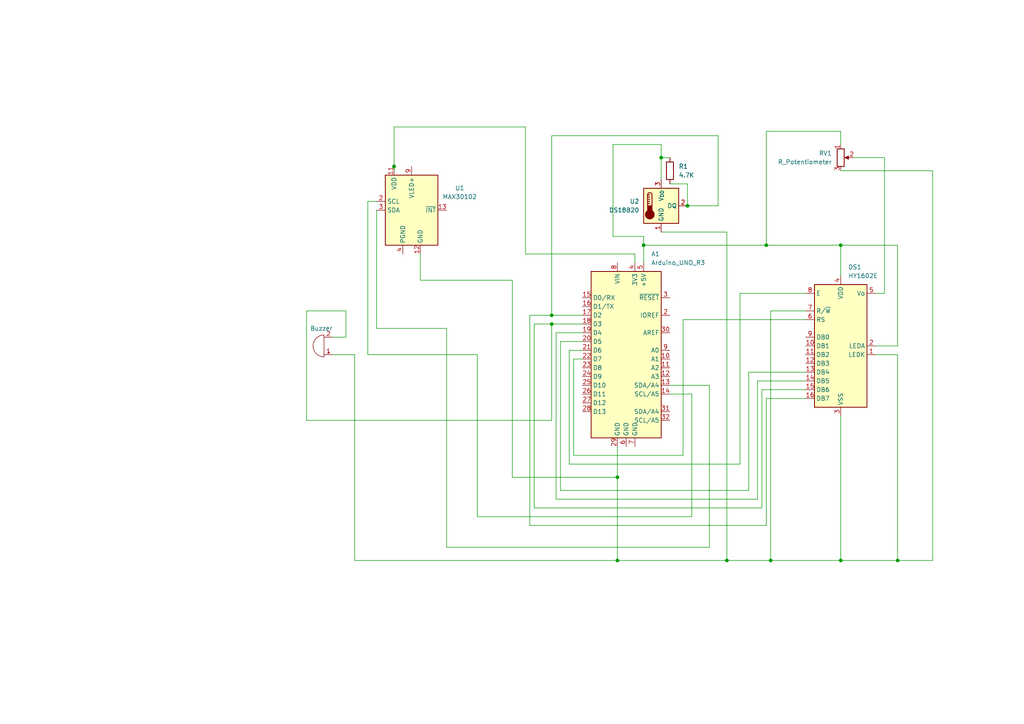
<source format=kicad_sch>
(kicad_sch
	(version 20250114)
	(generator "eeschema")
	(generator_version "9.0")
	(uuid "acc6af9e-a2bf-467c-9206-ece2c1f534e9")
	(paper "A4")
	(lib_symbols
		(symbol "Device:Buzzer"
			(pin_names
				(offset 0.0254)
				(hide yes)
			)
			(exclude_from_sim no)
			(in_bom yes)
			(on_board yes)
			(property "Reference" "BZ"
				(at 3.81 1.27 0)
				(effects
					(font
						(size 1.27 1.27)
					)
					(justify left)
				)
			)
			(property "Value" "Buzzer"
				(at 3.81 -1.27 0)
				(effects
					(font
						(size 1.27 1.27)
					)
					(justify left)
				)
			)
			(property "Footprint" ""
				(at -0.635 2.54 90)
				(effects
					(font
						(size 1.27 1.27)
					)
					(hide yes)
				)
			)
			(property "Datasheet" "~"
				(at -0.635 2.54 90)
				(effects
					(font
						(size 1.27 1.27)
					)
					(hide yes)
				)
			)
			(property "Description" "Buzzer, polarized"
				(at 0 0 0)
				(effects
					(font
						(size 1.27 1.27)
					)
					(hide yes)
				)
			)
			(property "ki_keywords" "quartz resonator ceramic"
				(at 0 0 0)
				(effects
					(font
						(size 1.27 1.27)
					)
					(hide yes)
				)
			)
			(property "ki_fp_filters" "*Buzzer*"
				(at 0 0 0)
				(effects
					(font
						(size 1.27 1.27)
					)
					(hide yes)
				)
			)
			(symbol "Buzzer_0_1"
				(polyline
					(pts
						(xy -1.651 1.905) (xy -1.143 1.905)
					)
					(stroke
						(width 0)
						(type default)
					)
					(fill
						(type none)
					)
				)
				(polyline
					(pts
						(xy -1.397 2.159) (xy -1.397 1.651)
					)
					(stroke
						(width 0)
						(type default)
					)
					(fill
						(type none)
					)
				)
				(arc
					(start 0 3.175)
					(mid 3.1612 0)
					(end 0 -3.175)
					(stroke
						(width 0)
						(type default)
					)
					(fill
						(type none)
					)
				)
				(polyline
					(pts
						(xy 0 3.175) (xy 0 -3.175)
					)
					(stroke
						(width 0)
						(type default)
					)
					(fill
						(type none)
					)
				)
			)
			(symbol "Buzzer_1_1"
				(pin passive line
					(at -2.54 2.54 0)
					(length 2.54)
					(name "+"
						(effects
							(font
								(size 1.27 1.27)
							)
						)
					)
					(number "1"
						(effects
							(font
								(size 1.27 1.27)
							)
						)
					)
				)
				(pin passive line
					(at -2.54 -2.54 0)
					(length 2.54)
					(name "-"
						(effects
							(font
								(size 1.27 1.27)
							)
						)
					)
					(number "2"
						(effects
							(font
								(size 1.27 1.27)
							)
						)
					)
				)
			)
			(embedded_fonts no)
		)
		(symbol "Device:R"
			(pin_numbers
				(hide yes)
			)
			(pin_names
				(offset 0)
			)
			(exclude_from_sim no)
			(in_bom yes)
			(on_board yes)
			(property "Reference" "R"
				(at 2.032 0 90)
				(effects
					(font
						(size 1.27 1.27)
					)
				)
			)
			(property "Value" "R"
				(at 0 0 90)
				(effects
					(font
						(size 1.27 1.27)
					)
				)
			)
			(property "Footprint" ""
				(at -1.778 0 90)
				(effects
					(font
						(size 1.27 1.27)
					)
					(hide yes)
				)
			)
			(property "Datasheet" "~"
				(at 0 0 0)
				(effects
					(font
						(size 1.27 1.27)
					)
					(hide yes)
				)
			)
			(property "Description" "Resistor"
				(at 0 0 0)
				(effects
					(font
						(size 1.27 1.27)
					)
					(hide yes)
				)
			)
			(property "ki_keywords" "R res resistor"
				(at 0 0 0)
				(effects
					(font
						(size 1.27 1.27)
					)
					(hide yes)
				)
			)
			(property "ki_fp_filters" "R_*"
				(at 0 0 0)
				(effects
					(font
						(size 1.27 1.27)
					)
					(hide yes)
				)
			)
			(symbol "R_0_1"
				(rectangle
					(start -1.016 -2.54)
					(end 1.016 2.54)
					(stroke
						(width 0.254)
						(type default)
					)
					(fill
						(type none)
					)
				)
			)
			(symbol "R_1_1"
				(pin passive line
					(at 0 3.81 270)
					(length 1.27)
					(name "~"
						(effects
							(font
								(size 1.27 1.27)
							)
						)
					)
					(number "1"
						(effects
							(font
								(size 1.27 1.27)
							)
						)
					)
				)
				(pin passive line
					(at 0 -3.81 90)
					(length 1.27)
					(name "~"
						(effects
							(font
								(size 1.27 1.27)
							)
						)
					)
					(number "2"
						(effects
							(font
								(size 1.27 1.27)
							)
						)
					)
				)
			)
			(embedded_fonts no)
		)
		(symbol "Device:R_Potentiometer"
			(pin_names
				(offset 1.016)
				(hide yes)
			)
			(exclude_from_sim no)
			(in_bom yes)
			(on_board yes)
			(property "Reference" "RV"
				(at -4.445 0 90)
				(effects
					(font
						(size 1.27 1.27)
					)
				)
			)
			(property "Value" "R_Potentiometer"
				(at -2.54 0 90)
				(effects
					(font
						(size 1.27 1.27)
					)
				)
			)
			(property "Footprint" ""
				(at 0 0 0)
				(effects
					(font
						(size 1.27 1.27)
					)
					(hide yes)
				)
			)
			(property "Datasheet" "~"
				(at 0 0 0)
				(effects
					(font
						(size 1.27 1.27)
					)
					(hide yes)
				)
			)
			(property "Description" "Potentiometer"
				(at 0 0 0)
				(effects
					(font
						(size 1.27 1.27)
					)
					(hide yes)
				)
			)
			(property "ki_keywords" "resistor variable"
				(at 0 0 0)
				(effects
					(font
						(size 1.27 1.27)
					)
					(hide yes)
				)
			)
			(property "ki_fp_filters" "Potentiometer*"
				(at 0 0 0)
				(effects
					(font
						(size 1.27 1.27)
					)
					(hide yes)
				)
			)
			(symbol "R_Potentiometer_0_1"
				(rectangle
					(start 1.016 2.54)
					(end -1.016 -2.54)
					(stroke
						(width 0.254)
						(type default)
					)
					(fill
						(type none)
					)
				)
				(polyline
					(pts
						(xy 1.143 0) (xy 2.286 0.508) (xy 2.286 -0.508) (xy 1.143 0)
					)
					(stroke
						(width 0)
						(type default)
					)
					(fill
						(type outline)
					)
				)
				(polyline
					(pts
						(xy 2.54 0) (xy 1.524 0)
					)
					(stroke
						(width 0)
						(type default)
					)
					(fill
						(type none)
					)
				)
			)
			(symbol "R_Potentiometer_1_1"
				(pin passive line
					(at 0 3.81 270)
					(length 1.27)
					(name "1"
						(effects
							(font
								(size 1.27 1.27)
							)
						)
					)
					(number "1"
						(effects
							(font
								(size 1.27 1.27)
							)
						)
					)
				)
				(pin passive line
					(at 0 -3.81 90)
					(length 1.27)
					(name "3"
						(effects
							(font
								(size 1.27 1.27)
							)
						)
					)
					(number "3"
						(effects
							(font
								(size 1.27 1.27)
							)
						)
					)
				)
				(pin passive line
					(at 3.81 0 180)
					(length 1.27)
					(name "2"
						(effects
							(font
								(size 1.27 1.27)
							)
						)
					)
					(number "2"
						(effects
							(font
								(size 1.27 1.27)
							)
						)
					)
				)
			)
			(embedded_fonts no)
		)
		(symbol "Display_Character:HY1602E"
			(exclude_from_sim no)
			(in_bom yes)
			(on_board yes)
			(property "Reference" "DS"
				(at -6.096 19.05 0)
				(effects
					(font
						(size 1.27 1.27)
					)
				)
			)
			(property "Value" "HY1602E"
				(at 5.08 19.05 0)
				(effects
					(font
						(size 1.27 1.27)
					)
				)
			)
			(property "Footprint" "Display:HY1602E"
				(at 0 -22.86 0)
				(effects
					(font
						(size 1.27 1.27)
						(italic yes)
					)
					(hide yes)
				)
			)
			(property "Datasheet" "http://www.icbank.com/data/ICBShop/board/HY1602E.pdf"
				(at 5.08 2.54 0)
				(effects
					(font
						(size 1.27 1.27)
					)
					(hide yes)
				)
			)
			(property "Description" "LCD 16x2 Alphanumeric 16pin Blue/Yellow/Green Backlight, 8bit parallel, 5V VDD"
				(at 0 0 0)
				(effects
					(font
						(size 1.27 1.27)
					)
					(hide yes)
				)
			)
			(property "ki_keywords" "display LCD 7-segment"
				(at 0 0 0)
				(effects
					(font
						(size 1.27 1.27)
					)
					(hide yes)
				)
			)
			(property "ki_fp_filters" "*HY1602E*"
				(at 0 0 0)
				(effects
					(font
						(size 1.27 1.27)
					)
					(hide yes)
				)
			)
			(symbol "HY1602E_0_1"
				(rectangle
					(start -7.62 17.78)
					(end 7.62 -17.78)
					(stroke
						(width 0.254)
						(type default)
					)
					(fill
						(type background)
					)
				)
			)
			(symbol "HY1602E_1_1"
				(pin input line
					(at -10.16 15.24 0)
					(length 2.54)
					(name "E"
						(effects
							(font
								(size 1.27 1.27)
							)
						)
					)
					(number "8"
						(effects
							(font
								(size 1.27 1.27)
							)
						)
					)
				)
				(pin input line
					(at -10.16 10.16 0)
					(length 2.54)
					(name "R/~{W}"
						(effects
							(font
								(size 1.27 1.27)
							)
						)
					)
					(number "7"
						(effects
							(font
								(size 1.27 1.27)
							)
						)
					)
				)
				(pin input line
					(at -10.16 7.62 0)
					(length 2.54)
					(name "RS"
						(effects
							(font
								(size 1.27 1.27)
							)
						)
					)
					(number "6"
						(effects
							(font
								(size 1.27 1.27)
							)
						)
					)
				)
				(pin bidirectional line
					(at -10.16 2.54 0)
					(length 2.54)
					(name "DB0"
						(effects
							(font
								(size 1.27 1.27)
							)
						)
					)
					(number "9"
						(effects
							(font
								(size 1.27 1.27)
							)
						)
					)
				)
				(pin bidirectional line
					(at -10.16 0 0)
					(length 2.54)
					(name "DB1"
						(effects
							(font
								(size 1.27 1.27)
							)
						)
					)
					(number "10"
						(effects
							(font
								(size 1.27 1.27)
							)
						)
					)
				)
				(pin bidirectional line
					(at -10.16 -2.54 0)
					(length 2.54)
					(name "DB2"
						(effects
							(font
								(size 1.27 1.27)
							)
						)
					)
					(number "11"
						(effects
							(font
								(size 1.27 1.27)
							)
						)
					)
				)
				(pin bidirectional line
					(at -10.16 -5.08 0)
					(length 2.54)
					(name "DB3"
						(effects
							(font
								(size 1.27 1.27)
							)
						)
					)
					(number "12"
						(effects
							(font
								(size 1.27 1.27)
							)
						)
					)
				)
				(pin bidirectional line
					(at -10.16 -7.62 0)
					(length 2.54)
					(name "DB4"
						(effects
							(font
								(size 1.27 1.27)
							)
						)
					)
					(number "13"
						(effects
							(font
								(size 1.27 1.27)
							)
						)
					)
				)
				(pin bidirectional line
					(at -10.16 -10.16 0)
					(length 2.54)
					(name "DB5"
						(effects
							(font
								(size 1.27 1.27)
							)
						)
					)
					(number "14"
						(effects
							(font
								(size 1.27 1.27)
							)
						)
					)
				)
				(pin bidirectional line
					(at -10.16 -12.7 0)
					(length 2.54)
					(name "DB6"
						(effects
							(font
								(size 1.27 1.27)
							)
						)
					)
					(number "15"
						(effects
							(font
								(size 1.27 1.27)
							)
						)
					)
				)
				(pin bidirectional line
					(at -10.16 -15.24 0)
					(length 2.54)
					(name "DB7"
						(effects
							(font
								(size 1.27 1.27)
							)
						)
					)
					(number "16"
						(effects
							(font
								(size 1.27 1.27)
							)
						)
					)
				)
				(pin power_in line
					(at 0 20.32 270)
					(length 2.54)
					(name "VDD"
						(effects
							(font
								(size 1.27 1.27)
							)
						)
					)
					(number "4"
						(effects
							(font
								(size 1.27 1.27)
							)
						)
					)
				)
				(pin power_in line
					(at 0 -20.32 90)
					(length 2.54)
					(name "VSS"
						(effects
							(font
								(size 1.27 1.27)
							)
						)
					)
					(number "3"
						(effects
							(font
								(size 1.27 1.27)
							)
						)
					)
				)
				(pin input line
					(at 10.16 15.24 180)
					(length 2.54)
					(name "Vo"
						(effects
							(font
								(size 1.27 1.27)
							)
						)
					)
					(number "5"
						(effects
							(font
								(size 1.27 1.27)
							)
						)
					)
				)
				(pin passive line
					(at 10.16 0 180)
					(length 2.54)
					(name "LEDA"
						(effects
							(font
								(size 1.27 1.27)
							)
						)
					)
					(number "2"
						(effects
							(font
								(size 1.27 1.27)
							)
						)
					)
				)
				(pin passive line
					(at 10.16 -2.54 180)
					(length 2.54)
					(name "LEDK"
						(effects
							(font
								(size 1.27 1.27)
							)
						)
					)
					(number "1"
						(effects
							(font
								(size 1.27 1.27)
							)
						)
					)
				)
			)
			(embedded_fonts no)
		)
		(symbol "MCU_Module:Arduino_UNO_R3"
			(exclude_from_sim no)
			(in_bom yes)
			(on_board yes)
			(property "Reference" "A"
				(at -10.16 23.495 0)
				(effects
					(font
						(size 1.27 1.27)
					)
					(justify left bottom)
				)
			)
			(property "Value" "Arduino_UNO_R3"
				(at 5.08 -26.67 0)
				(effects
					(font
						(size 1.27 1.27)
					)
					(justify left top)
				)
			)
			(property "Footprint" "Module:Arduino_UNO_R3"
				(at 0 0 0)
				(effects
					(font
						(size 1.27 1.27)
						(italic yes)
					)
					(hide yes)
				)
			)
			(property "Datasheet" "https://www.arduino.cc/en/Main/arduinoBoardUno"
				(at 0 0 0)
				(effects
					(font
						(size 1.27 1.27)
					)
					(hide yes)
				)
			)
			(property "Description" "Arduino UNO Microcontroller Module, release 3"
				(at 0 0 0)
				(effects
					(font
						(size 1.27 1.27)
					)
					(hide yes)
				)
			)
			(property "ki_keywords" "Arduino UNO R3 Microcontroller Module Atmel AVR USB"
				(at 0 0 0)
				(effects
					(font
						(size 1.27 1.27)
					)
					(hide yes)
				)
			)
			(property "ki_fp_filters" "Arduino*UNO*R3*"
				(at 0 0 0)
				(effects
					(font
						(size 1.27 1.27)
					)
					(hide yes)
				)
			)
			(symbol "Arduino_UNO_R3_0_1"
				(rectangle
					(start -10.16 22.86)
					(end 10.16 -25.4)
					(stroke
						(width 0.254)
						(type default)
					)
					(fill
						(type background)
					)
				)
			)
			(symbol "Arduino_UNO_R3_1_1"
				(pin bidirectional line
					(at -12.7 15.24 0)
					(length 2.54)
					(name "D0/RX"
						(effects
							(font
								(size 1.27 1.27)
							)
						)
					)
					(number "15"
						(effects
							(font
								(size 1.27 1.27)
							)
						)
					)
				)
				(pin bidirectional line
					(at -12.7 12.7 0)
					(length 2.54)
					(name "D1/TX"
						(effects
							(font
								(size 1.27 1.27)
							)
						)
					)
					(number "16"
						(effects
							(font
								(size 1.27 1.27)
							)
						)
					)
				)
				(pin bidirectional line
					(at -12.7 10.16 0)
					(length 2.54)
					(name "D2"
						(effects
							(font
								(size 1.27 1.27)
							)
						)
					)
					(number "17"
						(effects
							(font
								(size 1.27 1.27)
							)
						)
					)
				)
				(pin bidirectional line
					(at -12.7 7.62 0)
					(length 2.54)
					(name "D3"
						(effects
							(font
								(size 1.27 1.27)
							)
						)
					)
					(number "18"
						(effects
							(font
								(size 1.27 1.27)
							)
						)
					)
				)
				(pin bidirectional line
					(at -12.7 5.08 0)
					(length 2.54)
					(name "D4"
						(effects
							(font
								(size 1.27 1.27)
							)
						)
					)
					(number "19"
						(effects
							(font
								(size 1.27 1.27)
							)
						)
					)
				)
				(pin bidirectional line
					(at -12.7 2.54 0)
					(length 2.54)
					(name "D5"
						(effects
							(font
								(size 1.27 1.27)
							)
						)
					)
					(number "20"
						(effects
							(font
								(size 1.27 1.27)
							)
						)
					)
				)
				(pin bidirectional line
					(at -12.7 0 0)
					(length 2.54)
					(name "D6"
						(effects
							(font
								(size 1.27 1.27)
							)
						)
					)
					(number "21"
						(effects
							(font
								(size 1.27 1.27)
							)
						)
					)
				)
				(pin bidirectional line
					(at -12.7 -2.54 0)
					(length 2.54)
					(name "D7"
						(effects
							(font
								(size 1.27 1.27)
							)
						)
					)
					(number "22"
						(effects
							(font
								(size 1.27 1.27)
							)
						)
					)
				)
				(pin bidirectional line
					(at -12.7 -5.08 0)
					(length 2.54)
					(name "D8"
						(effects
							(font
								(size 1.27 1.27)
							)
						)
					)
					(number "23"
						(effects
							(font
								(size 1.27 1.27)
							)
						)
					)
				)
				(pin bidirectional line
					(at -12.7 -7.62 0)
					(length 2.54)
					(name "D9"
						(effects
							(font
								(size 1.27 1.27)
							)
						)
					)
					(number "24"
						(effects
							(font
								(size 1.27 1.27)
							)
						)
					)
				)
				(pin bidirectional line
					(at -12.7 -10.16 0)
					(length 2.54)
					(name "D10"
						(effects
							(font
								(size 1.27 1.27)
							)
						)
					)
					(number "25"
						(effects
							(font
								(size 1.27 1.27)
							)
						)
					)
				)
				(pin bidirectional line
					(at -12.7 -12.7 0)
					(length 2.54)
					(name "D11"
						(effects
							(font
								(size 1.27 1.27)
							)
						)
					)
					(number "26"
						(effects
							(font
								(size 1.27 1.27)
							)
						)
					)
				)
				(pin bidirectional line
					(at -12.7 -15.24 0)
					(length 2.54)
					(name "D12"
						(effects
							(font
								(size 1.27 1.27)
							)
						)
					)
					(number "27"
						(effects
							(font
								(size 1.27 1.27)
							)
						)
					)
				)
				(pin bidirectional line
					(at -12.7 -17.78 0)
					(length 2.54)
					(name "D13"
						(effects
							(font
								(size 1.27 1.27)
							)
						)
					)
					(number "28"
						(effects
							(font
								(size 1.27 1.27)
							)
						)
					)
				)
				(pin no_connect line
					(at -10.16 -20.32 0)
					(length 2.54)
					(hide yes)
					(name "NC"
						(effects
							(font
								(size 1.27 1.27)
							)
						)
					)
					(number "1"
						(effects
							(font
								(size 1.27 1.27)
							)
						)
					)
				)
				(pin power_in line
					(at -2.54 25.4 270)
					(length 2.54)
					(name "VIN"
						(effects
							(font
								(size 1.27 1.27)
							)
						)
					)
					(number "8"
						(effects
							(font
								(size 1.27 1.27)
							)
						)
					)
				)
				(pin power_in line
					(at -2.54 -27.94 90)
					(length 2.54)
					(name "GND"
						(effects
							(font
								(size 1.27 1.27)
							)
						)
					)
					(number "29"
						(effects
							(font
								(size 1.27 1.27)
							)
						)
					)
				)
				(pin power_in line
					(at 0 -27.94 90)
					(length 2.54)
					(name "GND"
						(effects
							(font
								(size 1.27 1.27)
							)
						)
					)
					(number "6"
						(effects
							(font
								(size 1.27 1.27)
							)
						)
					)
				)
				(pin power_out line
					(at 2.54 25.4 270)
					(length 2.54)
					(name "3V3"
						(effects
							(font
								(size 1.27 1.27)
							)
						)
					)
					(number "4"
						(effects
							(font
								(size 1.27 1.27)
							)
						)
					)
				)
				(pin power_in line
					(at 2.54 -27.94 90)
					(length 2.54)
					(name "GND"
						(effects
							(font
								(size 1.27 1.27)
							)
						)
					)
					(number "7"
						(effects
							(font
								(size 1.27 1.27)
							)
						)
					)
				)
				(pin power_out line
					(at 5.08 25.4 270)
					(length 2.54)
					(name "+5V"
						(effects
							(font
								(size 1.27 1.27)
							)
						)
					)
					(number "5"
						(effects
							(font
								(size 1.27 1.27)
							)
						)
					)
				)
				(pin input line
					(at 12.7 15.24 180)
					(length 2.54)
					(name "~{RESET}"
						(effects
							(font
								(size 1.27 1.27)
							)
						)
					)
					(number "3"
						(effects
							(font
								(size 1.27 1.27)
							)
						)
					)
				)
				(pin output line
					(at 12.7 10.16 180)
					(length 2.54)
					(name "IOREF"
						(effects
							(font
								(size 1.27 1.27)
							)
						)
					)
					(number "2"
						(effects
							(font
								(size 1.27 1.27)
							)
						)
					)
				)
				(pin input line
					(at 12.7 5.08 180)
					(length 2.54)
					(name "AREF"
						(effects
							(font
								(size 1.27 1.27)
							)
						)
					)
					(number "30"
						(effects
							(font
								(size 1.27 1.27)
							)
						)
					)
				)
				(pin bidirectional line
					(at 12.7 0 180)
					(length 2.54)
					(name "A0"
						(effects
							(font
								(size 1.27 1.27)
							)
						)
					)
					(number "9"
						(effects
							(font
								(size 1.27 1.27)
							)
						)
					)
				)
				(pin bidirectional line
					(at 12.7 -2.54 180)
					(length 2.54)
					(name "A1"
						(effects
							(font
								(size 1.27 1.27)
							)
						)
					)
					(number "10"
						(effects
							(font
								(size 1.27 1.27)
							)
						)
					)
				)
				(pin bidirectional line
					(at 12.7 -5.08 180)
					(length 2.54)
					(name "A2"
						(effects
							(font
								(size 1.27 1.27)
							)
						)
					)
					(number "11"
						(effects
							(font
								(size 1.27 1.27)
							)
						)
					)
				)
				(pin bidirectional line
					(at 12.7 -7.62 180)
					(length 2.54)
					(name "A3"
						(effects
							(font
								(size 1.27 1.27)
							)
						)
					)
					(number "12"
						(effects
							(font
								(size 1.27 1.27)
							)
						)
					)
				)
				(pin bidirectional line
					(at 12.7 -10.16 180)
					(length 2.54)
					(name "SDA/A4"
						(effects
							(font
								(size 1.27 1.27)
							)
						)
					)
					(number "13"
						(effects
							(font
								(size 1.27 1.27)
							)
						)
					)
				)
				(pin bidirectional line
					(at 12.7 -12.7 180)
					(length 2.54)
					(name "SCL/A5"
						(effects
							(font
								(size 1.27 1.27)
							)
						)
					)
					(number "14"
						(effects
							(font
								(size 1.27 1.27)
							)
						)
					)
				)
				(pin bidirectional line
					(at 12.7 -17.78 180)
					(length 2.54)
					(name "SDA/A4"
						(effects
							(font
								(size 1.27 1.27)
							)
						)
					)
					(number "31"
						(effects
							(font
								(size 1.27 1.27)
							)
						)
					)
				)
				(pin bidirectional line
					(at 12.7 -20.32 180)
					(length 2.54)
					(name "SCL/A5"
						(effects
							(font
								(size 1.27 1.27)
							)
						)
					)
					(number "32"
						(effects
							(font
								(size 1.27 1.27)
							)
						)
					)
				)
			)
			(embedded_fonts no)
		)
		(symbol "Sensor:MAX30102"
			(exclude_from_sim no)
			(in_bom yes)
			(on_board yes)
			(property "Reference" "U"
				(at 7.62 15.24 0)
				(effects
					(font
						(size 1.27 1.27)
					)
				)
			)
			(property "Value" "MAX30102"
				(at 7.62 12.7 0)
				(effects
					(font
						(size 1.27 1.27)
					)
				)
			)
			(property "Footprint" "OptoDevice:Maxim_OLGA-14_3.3x5.6mm_P0.8mm"
				(at 0 -2.54 0)
				(effects
					(font
						(size 1.27 1.27)
					)
					(hide yes)
				)
			)
			(property "Datasheet" "https://datasheets.maximintegrated.com/en/ds/MAX30102.pdf"
				(at 0 0 0)
				(effects
					(font
						(size 1.27 1.27)
					)
					(hide yes)
				)
			)
			(property "Description" "Heart Rate Sensor, 14-OLGA"
				(at 0 0 0)
				(effects
					(font
						(size 1.27 1.27)
					)
					(hide yes)
				)
			)
			(property "ki_keywords" "Heart Rate"
				(at 0 0 0)
				(effects
					(font
						(size 1.27 1.27)
					)
					(hide yes)
				)
			)
			(property "ki_fp_filters" "Maxim*OLGA*3.3x5.6mm*P0.8mm*"
				(at 0 0 0)
				(effects
					(font
						(size 1.27 1.27)
					)
					(hide yes)
				)
			)
			(symbol "MAX30102_0_1"
				(rectangle
					(start -7.62 10.16)
					(end 7.62 -10.16)
					(stroke
						(width 0.254)
						(type default)
					)
					(fill
						(type background)
					)
				)
			)
			(symbol "MAX30102_1_1"
				(pin input line
					(at -10.16 2.54 0)
					(length 2.54)
					(name "SCL"
						(effects
							(font
								(size 1.27 1.27)
							)
						)
					)
					(number "2"
						(effects
							(font
								(size 1.27 1.27)
							)
						)
					)
				)
				(pin bidirectional line
					(at -10.16 0 0)
					(length 2.54)
					(name "SDA"
						(effects
							(font
								(size 1.27 1.27)
							)
						)
					)
					(number "3"
						(effects
							(font
								(size 1.27 1.27)
							)
						)
					)
				)
				(pin no_connect line
					(at -7.62 5.08 0)
					(length 2.54)
					(hide yes)
					(name "NC"
						(effects
							(font
								(size 1.27 1.27)
							)
						)
					)
					(number "1"
						(effects
							(font
								(size 1.27 1.27)
							)
						)
					)
				)
				(pin no_connect line
					(at -7.62 -2.54 0)
					(length 2.54)
					(hide yes)
					(name "NC"
						(effects
							(font
								(size 1.27 1.27)
							)
						)
					)
					(number "7"
						(effects
							(font
								(size 1.27 1.27)
							)
						)
					)
				)
				(pin power_in line
					(at -5.08 12.7 270)
					(length 2.54)
					(name "VDD"
						(effects
							(font
								(size 1.27 1.27)
							)
						)
					)
					(number "11"
						(effects
							(font
								(size 1.27 1.27)
							)
						)
					)
				)
				(pin power_in line
					(at -2.54 -12.7 90)
					(length 2.54)
					(name "PGND"
						(effects
							(font
								(size 1.27 1.27)
							)
						)
					)
					(number "4"
						(effects
							(font
								(size 1.27 1.27)
							)
						)
					)
				)
				(pin passive line
					(at 0 12.7 270)
					(length 2.54)
					(hide yes)
					(name "VLED+"
						(effects
							(font
								(size 1.27 1.27)
							)
						)
					)
					(number "10"
						(effects
							(font
								(size 1.27 1.27)
							)
						)
					)
				)
				(pin power_in line
					(at 0 12.7 270)
					(length 2.54)
					(name "VLED+"
						(effects
							(font
								(size 1.27 1.27)
							)
						)
					)
					(number "9"
						(effects
							(font
								(size 1.27 1.27)
							)
						)
					)
				)
				(pin power_in line
					(at 2.54 -12.7 90)
					(length 2.54)
					(name "GND"
						(effects
							(font
								(size 1.27 1.27)
							)
						)
					)
					(number "12"
						(effects
							(font
								(size 1.27 1.27)
							)
						)
					)
				)
				(pin no_connect line
					(at 7.62 5.08 180)
					(length 2.54)
					(hide yes)
					(name "NC"
						(effects
							(font
								(size 1.27 1.27)
							)
						)
					)
					(number "8"
						(effects
							(font
								(size 1.27 1.27)
							)
						)
					)
				)
				(pin no_connect line
					(at 7.62 2.54 180)
					(length 2.54)
					(hide yes)
					(name "NC"
						(effects
							(font
								(size 1.27 1.27)
							)
						)
					)
					(number "14"
						(effects
							(font
								(size 1.27 1.27)
							)
						)
					)
				)
				(pin no_connect line
					(at 7.62 -5.08 180)
					(length 2.54)
					(hide yes)
					(name "NC"
						(effects
							(font
								(size 1.27 1.27)
							)
						)
					)
					(number "6"
						(effects
							(font
								(size 1.27 1.27)
							)
						)
					)
				)
				(pin no_connect line
					(at 7.62 -7.62 180)
					(length 2.54)
					(hide yes)
					(name "NC"
						(effects
							(font
								(size 1.27 1.27)
							)
						)
					)
					(number "5"
						(effects
							(font
								(size 1.27 1.27)
							)
						)
					)
				)
				(pin output line
					(at 10.16 0 180)
					(length 2.54)
					(name "~{INT}"
						(effects
							(font
								(size 1.27 1.27)
							)
						)
					)
					(number "13"
						(effects
							(font
								(size 1.27 1.27)
							)
						)
					)
				)
			)
			(embedded_fonts no)
		)
		(symbol "Sensor_Temperature:DS18B20"
			(exclude_from_sim no)
			(in_bom yes)
			(on_board yes)
			(property "Reference" "U"
				(at -3.81 6.35 0)
				(effects
					(font
						(size 1.27 1.27)
					)
				)
			)
			(property "Value" "DS18B20"
				(at 6.35 6.35 0)
				(effects
					(font
						(size 1.27 1.27)
					)
				)
			)
			(property "Footprint" "Package_TO_SOT_THT:TO-92_Inline"
				(at -25.4 -6.35 0)
				(effects
					(font
						(size 1.27 1.27)
					)
					(hide yes)
				)
			)
			(property "Datasheet" "http://datasheets.maximintegrated.com/en/ds/DS18B20.pdf"
				(at -3.81 6.35 0)
				(effects
					(font
						(size 1.27 1.27)
					)
					(hide yes)
				)
			)
			(property "Description" "Programmable Resolution 1-Wire Digital Thermometer TO-92"
				(at 0 0 0)
				(effects
					(font
						(size 1.27 1.27)
					)
					(hide yes)
				)
			)
			(property "ki_keywords" "OneWire 1Wire Dallas Maxim"
				(at 0 0 0)
				(effects
					(font
						(size 1.27 1.27)
					)
					(hide yes)
				)
			)
			(property "ki_fp_filters" "TO*92*"
				(at 0 0 0)
				(effects
					(font
						(size 1.27 1.27)
					)
					(hide yes)
				)
			)
			(symbol "DS18B20_0_1"
				(rectangle
					(start -5.08 5.08)
					(end 5.08 -5.08)
					(stroke
						(width 0.254)
						(type default)
					)
					(fill
						(type background)
					)
				)
				(polyline
					(pts
						(xy -3.937 3.175) (xy -3.937 0)
					)
					(stroke
						(width 0.254)
						(type default)
					)
					(fill
						(type none)
					)
				)
				(polyline
					(pts
						(xy -3.937 3.175) (xy -3.302 3.175)
					)
					(stroke
						(width 0.254)
						(type default)
					)
					(fill
						(type none)
					)
				)
				(polyline
					(pts
						(xy -3.937 2.54) (xy -3.302 2.54)
					)
					(stroke
						(width 0.254)
						(type default)
					)
					(fill
						(type none)
					)
				)
				(polyline
					(pts
						(xy -3.937 1.905) (xy -3.302 1.905)
					)
					(stroke
						(width 0.254)
						(type default)
					)
					(fill
						(type none)
					)
				)
				(polyline
					(pts
						(xy -3.937 1.27) (xy -3.302 1.27)
					)
					(stroke
						(width 0.254)
						(type default)
					)
					(fill
						(type none)
					)
				)
				(polyline
					(pts
						(xy -3.937 0.635) (xy -3.302 0.635)
					)
					(stroke
						(width 0.254)
						(type default)
					)
					(fill
						(type none)
					)
				)
				(arc
					(start -3.937 3.175)
					(mid -3.302 3.8073)
					(end -2.667 3.175)
					(stroke
						(width 0.254)
						(type default)
					)
					(fill
						(type none)
					)
				)
				(circle
					(center -3.302 -2.54)
					(radius 1.27)
					(stroke
						(width 0.254)
						(type default)
					)
					(fill
						(type outline)
					)
				)
				(polyline
					(pts
						(xy -2.667 3.175) (xy -2.667 0)
					)
					(stroke
						(width 0.254)
						(type default)
					)
					(fill
						(type none)
					)
				)
				(rectangle
					(start -2.667 -1.905)
					(end -3.937 0)
					(stroke
						(width 0.254)
						(type default)
					)
					(fill
						(type outline)
					)
				)
			)
			(symbol "DS18B20_1_1"
				(pin power_in line
					(at 0 7.62 270)
					(length 2.54)
					(name "V_{DD}"
						(effects
							(font
								(size 1.27 1.27)
							)
						)
					)
					(number "3"
						(effects
							(font
								(size 1.27 1.27)
							)
						)
					)
				)
				(pin power_in line
					(at 0 -7.62 90)
					(length 2.54)
					(name "GND"
						(effects
							(font
								(size 1.27 1.27)
							)
						)
					)
					(number "1"
						(effects
							(font
								(size 1.27 1.27)
							)
						)
					)
				)
				(pin bidirectional line
					(at 7.62 0 180)
					(length 2.54)
					(name "DQ"
						(effects
							(font
								(size 1.27 1.27)
							)
						)
					)
					(number "2"
						(effects
							(font
								(size 1.27 1.27)
							)
						)
					)
				)
			)
			(embedded_fonts no)
		)
	)
	(junction
		(at 210.82 162.56)
		(diameter 0)
		(color 0 0 0 0)
		(uuid "083b925b-8d5e-44fb-a5bf-6382766fcdac")
	)
	(junction
		(at 179.07 162.56)
		(diameter 0)
		(color 0 0 0 0)
		(uuid "20f6512f-6c38-4ce9-9d18-f538cd13b954")
	)
	(junction
		(at 186.69 71.12)
		(diameter 0)
		(color 0 0 0 0)
		(uuid "5cb224cb-848c-4c0b-9759-d3ce4257543f")
	)
	(junction
		(at 160.02 93.98)
		(diameter 0)
		(color 0 0 0 0)
		(uuid "7c805ab3-d270-45a0-8420-79030e8356af")
	)
	(junction
		(at 243.84 71.12)
		(diameter 0)
		(color 0 0 0 0)
		(uuid "8906e05d-4e3a-4e8f-a11f-7c5656f229ff")
	)
	(junction
		(at 243.84 162.56)
		(diameter 0)
		(color 0 0 0 0)
		(uuid "8e056eef-d04f-48ee-93ec-bca857b67fe3")
	)
	(junction
		(at 160.02 91.44)
		(diameter 0)
		(color 0 0 0 0)
		(uuid "8fc20e16-aa4c-4054-a86f-10831e91f54a")
	)
	(junction
		(at 191.77 45.72)
		(diameter 0)
		(color 0 0 0 0)
		(uuid "9232693e-ab4d-4529-b19a-3d8cc8ef10da")
	)
	(junction
		(at 179.07 138.43)
		(diameter 0)
		(color 0 0 0 0)
		(uuid "ac788a0d-ec5e-4688-b2dd-fc1faee1c67e")
	)
	(junction
		(at 260.35 162.56)
		(diameter 0)
		(color 0 0 0 0)
		(uuid "b41ea0ee-e91d-4091-9ab5-6018123e92aa")
	)
	(junction
		(at 222.25 71.12)
		(diameter 0)
		(color 0 0 0 0)
		(uuid "b8472942-40fb-4fcc-b17a-47564e156456")
	)
	(junction
		(at 223.52 162.56)
		(diameter 0)
		(color 0 0 0 0)
		(uuid "bb764719-1c94-4e1e-8689-db5705edaaaa")
	)
	(junction
		(at 199.39 59.69)
		(diameter 0)
		(color 0 0 0 0)
		(uuid "f6b164c1-105e-48ef-93de-0f659c96bb68")
	)
	(junction
		(at 114.3 48.26)
		(diameter 0)
		(color 0 0 0 0)
		(uuid "ff9e2bd6-17d0-4721-9bcc-d8c9c6a782cb")
	)
	(wire
		(pts
			(xy 162.56 142.24) (xy 162.56 99.06)
		)
		(stroke
			(width 0)
			(type default)
		)
		(uuid "028e4637-1f98-45ea-9715-f8c66eebf106")
	)
	(wire
		(pts
			(xy 233.68 113.03) (xy 220.98 113.03)
		)
		(stroke
			(width 0)
			(type default)
		)
		(uuid "0744cdfa-1fb7-4dbd-81aa-312c355dd5a9")
	)
	(wire
		(pts
			(xy 165.1 101.6) (xy 168.91 101.6)
		)
		(stroke
			(width 0)
			(type default)
		)
		(uuid "0a2f3911-4f0f-4130-b38a-aa7d09d29873")
	)
	(wire
		(pts
			(xy 160.02 121.92) (xy 160.02 93.98)
		)
		(stroke
			(width 0)
			(type default)
		)
		(uuid "0e723902-1dc4-4cb5-8f99-d71448051df1")
	)
	(wire
		(pts
			(xy 160.02 39.37) (xy 160.02 91.44)
		)
		(stroke
			(width 0)
			(type default)
		)
		(uuid "0f5e73fa-8d2b-4270-8f7f-432503028c0f")
	)
	(wire
		(pts
			(xy 114.3 36.83) (xy 152.4 36.83)
		)
		(stroke
			(width 0)
			(type default)
		)
		(uuid "14af05c0-168d-47f5-87fe-500d8a0d111b")
	)
	(wire
		(pts
			(xy 109.22 60.96) (xy 109.22 95.25)
		)
		(stroke
			(width 0)
			(type default)
		)
		(uuid "18450741-4359-4143-8667-48767887f3e7")
	)
	(wire
		(pts
			(xy 179.07 162.56) (xy 179.07 138.43)
		)
		(stroke
			(width 0)
			(type default)
		)
		(uuid "18ad2136-9fad-45c0-959d-1294ff096c21")
	)
	(wire
		(pts
			(xy 88.9 121.92) (xy 160.02 121.92)
		)
		(stroke
			(width 0)
			(type default)
		)
		(uuid "1a4a7698-e263-4b50-8801-238db7a2918d")
	)
	(wire
		(pts
			(xy 191.77 41.91) (xy 191.77 45.72)
		)
		(stroke
			(width 0)
			(type default)
		)
		(uuid "1b0fd513-57f2-4f77-b23b-440c09ef5384")
	)
	(wire
		(pts
			(xy 199.39 53.34) (xy 199.39 59.69)
		)
		(stroke
			(width 0)
			(type default)
		)
		(uuid "1bbcd866-3f34-4693-af41-4456c2f8c538")
	)
	(wire
		(pts
			(xy 214.63 85.09) (xy 214.63 134.62)
		)
		(stroke
			(width 0)
			(type default)
		)
		(uuid "1d42d5c2-6b47-471b-bbb4-259b21438b7a")
	)
	(wire
		(pts
			(xy 179.07 138.43) (xy 179.07 129.54)
		)
		(stroke
			(width 0)
			(type default)
		)
		(uuid "246bb375-7828-47c9-9a2d-3cb7ae08788f")
	)
	(wire
		(pts
			(xy 154.94 147.32) (xy 154.94 93.98)
		)
		(stroke
			(width 0)
			(type default)
		)
		(uuid "283d4d52-5301-4e8b-901c-42a7f3696891")
	)
	(wire
		(pts
			(xy 205.74 158.75) (xy 205.74 111.76)
		)
		(stroke
			(width 0)
			(type default)
		)
		(uuid "28dd0b7a-1e6a-49ad-a3e3-dd69ebd59037")
	)
	(wire
		(pts
			(xy 199.39 59.69) (xy 208.28 59.69)
		)
		(stroke
			(width 0)
			(type default)
		)
		(uuid "2a13d0bb-e4f9-48da-b55a-a801dc3036ec")
	)
	(wire
		(pts
			(xy 243.84 80.01) (xy 243.84 71.12)
		)
		(stroke
			(width 0)
			(type default)
		)
		(uuid "2a7dd9df-92c9-4c0e-9897-ef1c0b18cd6a")
	)
	(wire
		(pts
			(xy 222.25 71.12) (xy 186.69 71.12)
		)
		(stroke
			(width 0)
			(type default)
		)
		(uuid "2c760303-d394-4574-b388-6204c79d036b")
	)
	(wire
		(pts
			(xy 200.66 114.3) (xy 194.31 114.3)
		)
		(stroke
			(width 0)
			(type default)
		)
		(uuid "31c7662d-4bff-4fbd-af0d-674c8c553edb")
	)
	(wire
		(pts
			(xy 160.02 91.44) (xy 168.91 91.44)
		)
		(stroke
			(width 0)
			(type default)
		)
		(uuid "360150e5-ff87-4c76-beee-35f984dc620f")
	)
	(wire
		(pts
			(xy 148.59 81.28) (xy 148.59 138.43)
		)
		(stroke
			(width 0)
			(type default)
		)
		(uuid "36faa3ba-b2da-410f-ab10-700097abd9af")
	)
	(wire
		(pts
			(xy 217.17 107.95) (xy 217.17 142.24)
		)
		(stroke
			(width 0)
			(type default)
		)
		(uuid "39b1be0f-400b-4d40-bfb9-5b4cfd3b2bc0")
	)
	(wire
		(pts
			(xy 243.84 71.12) (xy 222.25 71.12)
		)
		(stroke
			(width 0)
			(type default)
		)
		(uuid "3a8c82ff-c309-4818-a9b6-5db1731bb241")
	)
	(wire
		(pts
			(xy 270.51 162.56) (xy 260.35 162.56)
		)
		(stroke
			(width 0)
			(type default)
		)
		(uuid "3b6acfd4-5a75-4935-891c-4c98088b1b1d")
	)
	(wire
		(pts
			(xy 100.33 90.17) (xy 88.9 90.17)
		)
		(stroke
			(width 0)
			(type default)
		)
		(uuid "3f8e09e3-bc50-4daf-8f65-9268f2bc1ac8")
	)
	(wire
		(pts
			(xy 153.67 91.44) (xy 160.02 91.44)
		)
		(stroke
			(width 0)
			(type default)
		)
		(uuid "42be05b4-ba9b-4006-8a5e-4931b96daf0e")
	)
	(wire
		(pts
			(xy 233.68 85.09) (xy 214.63 85.09)
		)
		(stroke
			(width 0)
			(type default)
		)
		(uuid "43263750-0880-4acc-8245-25467441803f")
	)
	(wire
		(pts
			(xy 96.52 102.87) (xy 102.87 102.87)
		)
		(stroke
			(width 0)
			(type default)
		)
		(uuid "43e7fcf9-2885-489e-966f-ffd2d857e9c7")
	)
	(wire
		(pts
			(xy 254 102.87) (xy 260.35 102.87)
		)
		(stroke
			(width 0)
			(type default)
		)
		(uuid "46d6967e-02d5-4705-9996-4166605d1359")
	)
	(wire
		(pts
			(xy 177.8 41.91) (xy 177.8 68.58)
		)
		(stroke
			(width 0)
			(type default)
		)
		(uuid "47a0a03f-a9cb-4c54-93fb-c53e24962454")
	)
	(wire
		(pts
			(xy 243.84 41.91) (xy 243.84 38.1)
		)
		(stroke
			(width 0)
			(type default)
		)
		(uuid "49873c07-6870-4b2f-b9ae-b529675ddb77")
	)
	(wire
		(pts
			(xy 222.25 115.57) (xy 222.25 152.4)
		)
		(stroke
			(width 0)
			(type default)
		)
		(uuid "4bbd0c21-99b0-4933-ad8a-c6e7dfd3b28c")
	)
	(wire
		(pts
			(xy 270.51 49.53) (xy 270.51 162.56)
		)
		(stroke
			(width 0)
			(type default)
		)
		(uuid "4ca92653-de58-4ede-8380-e78eef2323af")
	)
	(wire
		(pts
			(xy 214.63 134.62) (xy 165.1 134.62)
		)
		(stroke
			(width 0)
			(type default)
		)
		(uuid "4ce1931a-b8c2-4269-babf-8cd246839357")
	)
	(wire
		(pts
			(xy 153.67 152.4) (xy 153.67 91.44)
		)
		(stroke
			(width 0)
			(type default)
		)
		(uuid "4f80485b-3398-4b57-97b5-6febb7ac5dce")
	)
	(wire
		(pts
			(xy 233.68 92.71) (xy 198.12 92.71)
		)
		(stroke
			(width 0)
			(type default)
		)
		(uuid "5122acdc-741c-4cce-b84f-cedcd45b006f")
	)
	(wire
		(pts
			(xy 109.22 58.42) (xy 106.68 58.42)
		)
		(stroke
			(width 0)
			(type default)
		)
		(uuid "537f4e58-93cd-473d-8bb1-b8373b50b486")
	)
	(wire
		(pts
			(xy 243.84 162.56) (xy 260.35 162.56)
		)
		(stroke
			(width 0)
			(type default)
		)
		(uuid "578d0527-7645-42a6-abc6-9cc1b96b4f98")
	)
	(wire
		(pts
			(xy 102.87 162.56) (xy 179.07 162.56)
		)
		(stroke
			(width 0)
			(type default)
		)
		(uuid "591e319f-f782-4147-98c5-941190e13070")
	)
	(wire
		(pts
			(xy 186.69 71.12) (xy 186.69 76.2)
		)
		(stroke
			(width 0)
			(type default)
		)
		(uuid "5bad778f-489f-453e-baa9-8a7f8a4e1911")
	)
	(wire
		(pts
			(xy 208.28 39.37) (xy 160.02 39.37)
		)
		(stroke
			(width 0)
			(type default)
		)
		(uuid "5befa0a9-3f70-4bb8-8cb6-b69353b62dc2")
	)
	(wire
		(pts
			(xy 260.35 100.33) (xy 260.35 71.12)
		)
		(stroke
			(width 0)
			(type default)
		)
		(uuid "5c176680-82e4-4b14-a9ff-575c8c9b6b14")
	)
	(wire
		(pts
			(xy 100.33 97.79) (xy 100.33 90.17)
		)
		(stroke
			(width 0)
			(type default)
		)
		(uuid "5cca1e02-d4b4-4143-a48b-1057d0e56f61")
	)
	(wire
		(pts
			(xy 148.59 138.43) (xy 179.07 138.43)
		)
		(stroke
			(width 0)
			(type default)
		)
		(uuid "5edf1417-7433-454f-8f36-f0d95d6ce141")
	)
	(wire
		(pts
			(xy 106.68 58.42) (xy 106.68 102.87)
		)
		(stroke
			(width 0)
			(type default)
		)
		(uuid "600c8147-fae2-46a7-a664-0ff7af7a44af")
	)
	(wire
		(pts
			(xy 114.3 36.83) (xy 114.3 48.26)
		)
		(stroke
			(width 0)
			(type default)
		)
		(uuid "60a9e7a3-1250-48bf-a4d8-7754201ca970")
	)
	(wire
		(pts
			(xy 165.1 134.62) (xy 165.1 101.6)
		)
		(stroke
			(width 0)
			(type default)
		)
		(uuid "631d113e-926d-4357-9e07-93d3efef1be4")
	)
	(wire
		(pts
			(xy 198.12 132.08) (xy 166.37 132.08)
		)
		(stroke
			(width 0)
			(type default)
		)
		(uuid "638ade9d-7f79-4105-8e86-31b64affab61")
	)
	(wire
		(pts
			(xy 222.25 152.4) (xy 153.67 152.4)
		)
		(stroke
			(width 0)
			(type default)
		)
		(uuid "6831d80f-dc4d-487f-b310-894061568a50")
	)
	(wire
		(pts
			(xy 106.68 102.87) (xy 138.43 102.87)
		)
		(stroke
			(width 0)
			(type default)
		)
		(uuid "68b10d22-aea6-4076-bff9-617067ce86a9")
	)
	(wire
		(pts
			(xy 220.98 113.03) (xy 220.98 147.32)
		)
		(stroke
			(width 0)
			(type default)
		)
		(uuid "68ca07e1-cda1-4391-b5bb-88da21796d55")
	)
	(wire
		(pts
			(xy 121.92 81.28) (xy 148.59 81.28)
		)
		(stroke
			(width 0)
			(type default)
		)
		(uuid "6930a0de-64a7-4a4e-ac50-d40f44d4cdda")
	)
	(wire
		(pts
			(xy 233.68 115.57) (xy 222.25 115.57)
		)
		(stroke
			(width 0)
			(type default)
		)
		(uuid "6993da60-716f-4392-a5aa-b345fa55d426")
	)
	(wire
		(pts
			(xy 152.4 36.83) (xy 152.4 73.66)
		)
		(stroke
			(width 0)
			(type default)
		)
		(uuid "6b409376-aa73-416f-91ee-b51e26f92c3f")
	)
	(wire
		(pts
			(xy 233.68 107.95) (xy 217.17 107.95)
		)
		(stroke
			(width 0)
			(type default)
		)
		(uuid "6b8ea4c4-4838-4ecb-a7d2-595d98113983")
	)
	(wire
		(pts
			(xy 254 100.33) (xy 260.35 100.33)
		)
		(stroke
			(width 0)
			(type default)
		)
		(uuid "6c25c676-5df9-4865-9174-658bfc8c2799")
	)
	(wire
		(pts
			(xy 233.68 90.17) (xy 223.52 90.17)
		)
		(stroke
			(width 0)
			(type default)
		)
		(uuid "743aea78-1f10-414d-b584-27bfe6b2bd7f")
	)
	(wire
		(pts
			(xy 191.77 45.72) (xy 191.77 52.07)
		)
		(stroke
			(width 0)
			(type default)
		)
		(uuid "7a0da2bf-8682-4950-88b3-6dbef8056d61")
	)
	(wire
		(pts
			(xy 233.68 110.49) (xy 219.71 110.49)
		)
		(stroke
			(width 0)
			(type default)
		)
		(uuid "7fe06bb8-c065-4ad8-8fbd-379f4fe07a2b")
	)
	(wire
		(pts
			(xy 154.94 93.98) (xy 160.02 93.98)
		)
		(stroke
			(width 0)
			(type default)
		)
		(uuid "813d725b-8569-49ca-a020-5fa7c5705671")
	)
	(wire
		(pts
			(xy 138.43 102.87) (xy 138.43 149.86)
		)
		(stroke
			(width 0)
			(type default)
		)
		(uuid "82105958-52e0-4b96-bfda-cca6ef3e0ffb")
	)
	(wire
		(pts
			(xy 243.84 120.65) (xy 243.84 162.56)
		)
		(stroke
			(width 0)
			(type default)
		)
		(uuid "82fdd543-86cc-4c44-824a-17579ef0ad69")
	)
	(wire
		(pts
			(xy 219.71 110.49) (xy 219.71 144.78)
		)
		(stroke
			(width 0)
			(type default)
		)
		(uuid "844440df-12ed-4e18-85b3-b2d9e44b0b02")
	)
	(wire
		(pts
			(xy 177.8 68.58) (xy 186.69 68.58)
		)
		(stroke
			(width 0)
			(type default)
		)
		(uuid "85032e74-bf2c-43b6-a34c-3ce1f808dcb3")
	)
	(wire
		(pts
			(xy 260.35 102.87) (xy 260.35 162.56)
		)
		(stroke
			(width 0)
			(type default)
		)
		(uuid "8783e9ae-e0a5-4be2-b1d2-39414e2b385e")
	)
	(wire
		(pts
			(xy 184.15 73.66) (xy 184.15 76.2)
		)
		(stroke
			(width 0)
			(type default)
		)
		(uuid "8b7bdae1-61bc-4b83-8989-9130071ee6de")
	)
	(wire
		(pts
			(xy 243.84 49.53) (xy 270.51 49.53)
		)
		(stroke
			(width 0)
			(type default)
		)
		(uuid "8cf861e8-6cff-45f9-91ef-f7d53263fe73")
	)
	(wire
		(pts
			(xy 191.77 67.31) (xy 210.82 67.31)
		)
		(stroke
			(width 0)
			(type default)
		)
		(uuid "9e7a5452-80ba-4cea-a62e-b158db3e1797")
	)
	(wire
		(pts
			(xy 208.28 39.37) (xy 208.28 59.69)
		)
		(stroke
			(width 0)
			(type default)
		)
		(uuid "9fdd1dda-2f5c-459e-88b7-e1c47604df7c")
	)
	(wire
		(pts
			(xy 198.12 92.71) (xy 198.12 132.08)
		)
		(stroke
			(width 0)
			(type default)
		)
		(uuid "a202d6d2-0de3-4c77-b494-6f6593219522")
	)
	(wire
		(pts
			(xy 161.29 96.52) (xy 168.91 96.52)
		)
		(stroke
			(width 0)
			(type default)
		)
		(uuid "a531f205-78a2-44c7-b81f-bcb70ae5e948")
	)
	(wire
		(pts
			(xy 223.52 90.17) (xy 223.52 162.56)
		)
		(stroke
			(width 0)
			(type default)
		)
		(uuid "a5471036-f087-4a8d-81d1-f8dc745369a1")
	)
	(wire
		(pts
			(xy 260.35 71.12) (xy 243.84 71.12)
		)
		(stroke
			(width 0)
			(type default)
		)
		(uuid "b70c23ad-d507-4b2a-a2a7-b75983cf7a73")
	)
	(wire
		(pts
			(xy 210.82 162.56) (xy 223.52 162.56)
		)
		(stroke
			(width 0)
			(type default)
		)
		(uuid "ba1af29c-7537-4633-bb8f-de6205cd630c")
	)
	(wire
		(pts
			(xy 220.98 147.32) (xy 154.94 147.32)
		)
		(stroke
			(width 0)
			(type default)
		)
		(uuid "ba38f82a-26ed-437d-a51f-49865b8134ce")
	)
	(wire
		(pts
			(xy 205.74 111.76) (xy 194.31 111.76)
		)
		(stroke
			(width 0)
			(type default)
		)
		(uuid "bc16b03a-7749-47b5-b76a-c35cfbd9bb23")
	)
	(wire
		(pts
			(xy 256.54 85.09) (xy 256.54 45.72)
		)
		(stroke
			(width 0)
			(type default)
		)
		(uuid "bc308c9d-74ea-4e64-976c-a40e71661d1f")
	)
	(wire
		(pts
			(xy 129.54 158.75) (xy 205.74 158.75)
		)
		(stroke
			(width 0)
			(type default)
		)
		(uuid "bfed5e00-dc58-4afa-86fe-9ef190dc10c1")
	)
	(wire
		(pts
			(xy 256.54 45.72) (xy 247.65 45.72)
		)
		(stroke
			(width 0)
			(type default)
		)
		(uuid "c6571796-16ad-4ab7-8542-95d05456dbb6")
	)
	(wire
		(pts
			(xy 222.25 38.1) (xy 222.25 71.12)
		)
		(stroke
			(width 0)
			(type default)
		)
		(uuid "c8c13e82-94a7-4b89-9d9d-a096b8672492")
	)
	(wire
		(pts
			(xy 96.52 97.79) (xy 100.33 97.79)
		)
		(stroke
			(width 0)
			(type default)
		)
		(uuid "c8fea9ff-b312-47a3-a3b7-db36fb85ff94")
	)
	(wire
		(pts
			(xy 138.43 149.86) (xy 200.66 149.86)
		)
		(stroke
			(width 0)
			(type default)
		)
		(uuid "c9d80e48-bdf3-42e4-86b6-53ed4f5c44c3")
	)
	(wire
		(pts
			(xy 166.37 132.08) (xy 166.37 104.14)
		)
		(stroke
			(width 0)
			(type default)
		)
		(uuid "c9ed0505-96e0-4a26-b94a-0fb1fa239b2a")
	)
	(wire
		(pts
			(xy 243.84 38.1) (xy 222.25 38.1)
		)
		(stroke
			(width 0)
			(type default)
		)
		(uuid "cb399b3e-43d2-404b-9427-ea536279d453")
	)
	(wire
		(pts
			(xy 194.31 53.34) (xy 199.39 53.34)
		)
		(stroke
			(width 0)
			(type default)
		)
		(uuid "d035e182-2a7d-42ce-8fd4-46b3353a2881")
	)
	(wire
		(pts
			(xy 191.77 41.91) (xy 177.8 41.91)
		)
		(stroke
			(width 0)
			(type default)
		)
		(uuid "d152e35f-d82d-46d8-8a93-15ad60a0b059")
	)
	(wire
		(pts
			(xy 152.4 73.66) (xy 184.15 73.66)
		)
		(stroke
			(width 0)
			(type default)
		)
		(uuid "d178f1c3-d241-4a56-96e1-4b3d2c2e24c3")
	)
	(wire
		(pts
			(xy 88.9 90.17) (xy 88.9 121.92)
		)
		(stroke
			(width 0)
			(type default)
		)
		(uuid "d24162e8-97d7-44eb-bd6c-eb83abf47a47")
	)
	(wire
		(pts
			(xy 162.56 99.06) (xy 168.91 99.06)
		)
		(stroke
			(width 0)
			(type default)
		)
		(uuid "d5babcb7-0a02-471d-b24d-f907aef04a30")
	)
	(wire
		(pts
			(xy 179.07 162.56) (xy 210.82 162.56)
		)
		(stroke
			(width 0)
			(type default)
		)
		(uuid "d6c7ea54-d274-44ad-b1ec-2498d6bdfb8e")
	)
	(wire
		(pts
			(xy 161.29 144.78) (xy 161.29 96.52)
		)
		(stroke
			(width 0)
			(type default)
		)
		(uuid "d97ebf0c-2ddf-4eba-aba6-acad39f825ff")
	)
	(wire
		(pts
			(xy 102.87 102.87) (xy 102.87 162.56)
		)
		(stroke
			(width 0)
			(type default)
		)
		(uuid "dd2f28fd-dde2-415b-aebd-0d0ed932078a")
	)
	(wire
		(pts
			(xy 217.17 142.24) (xy 162.56 142.24)
		)
		(stroke
			(width 0)
			(type default)
		)
		(uuid "e3ef780f-bd74-4da8-a2ce-16afdceb427e")
	)
	(wire
		(pts
			(xy 194.31 45.72) (xy 191.77 45.72)
		)
		(stroke
			(width 0)
			(type default)
		)
		(uuid "e42ee272-5212-41c0-9c34-939ceaed7270")
	)
	(wire
		(pts
			(xy 129.54 95.25) (xy 129.54 158.75)
		)
		(stroke
			(width 0)
			(type default)
		)
		(uuid "e53ee501-ef71-4c16-b61c-af5d4316d53d")
	)
	(wire
		(pts
			(xy 243.84 162.56) (xy 223.52 162.56)
		)
		(stroke
			(width 0)
			(type default)
		)
		(uuid "e5a4261f-97b2-432f-a924-35be21b3c337")
	)
	(wire
		(pts
			(xy 186.69 68.58) (xy 186.69 71.12)
		)
		(stroke
			(width 0)
			(type default)
		)
		(uuid "eac21068-5035-4ae4-acd0-28d440306bb1")
	)
	(wire
		(pts
			(xy 114.3 48.26) (xy 114.3 49.53)
		)
		(stroke
			(width 0)
			(type default)
		)
		(uuid "ec873dd4-e976-40b1-ba24-31acd1acfca7")
	)
	(wire
		(pts
			(xy 121.92 73.66) (xy 121.92 81.28)
		)
		(stroke
			(width 0)
			(type default)
		)
		(uuid "ed120152-712d-4550-aa74-1b5b678c143c")
	)
	(wire
		(pts
			(xy 210.82 67.31) (xy 210.82 162.56)
		)
		(stroke
			(width 0)
			(type default)
		)
		(uuid "f13a98c2-80bb-4bfa-a29e-d322aa041086")
	)
	(wire
		(pts
			(xy 200.66 149.86) (xy 200.66 114.3)
		)
		(stroke
			(width 0)
			(type default)
		)
		(uuid "f51723d8-aad3-4946-bf44-7a30cf4dd469")
	)
	(wire
		(pts
			(xy 219.71 144.78) (xy 161.29 144.78)
		)
		(stroke
			(width 0)
			(type default)
		)
		(uuid "f936de70-5ee8-4bc4-93f9-097698b0834b")
	)
	(wire
		(pts
			(xy 166.37 104.14) (xy 168.91 104.14)
		)
		(stroke
			(width 0)
			(type default)
		)
		(uuid "f96f56f4-9e17-4ef5-9908-4652b18bae32")
	)
	(wire
		(pts
			(xy 254 85.09) (xy 256.54 85.09)
		)
		(stroke
			(width 0)
			(type default)
		)
		(uuid "fb76e40b-c1ad-42d1-995d-d36f54cdd3cd")
	)
	(wire
		(pts
			(xy 160.02 93.98) (xy 168.91 93.98)
		)
		(stroke
			(width 0)
			(type default)
		)
		(uuid "fd2b076f-97fd-4fcb-ab6a-1e2a183577bb")
	)
	(wire
		(pts
			(xy 109.22 95.25) (xy 129.54 95.25)
		)
		(stroke
			(width 0)
			(type default)
		)
		(uuid "ff06da3f-8f15-426f-ba09-7991c3afd6e4")
	)
	(symbol
		(lib_id "Device:Buzzer")
		(at 93.98 100.33 180)
		(unit 1)
		(exclude_from_sim no)
		(in_bom yes)
		(on_board yes)
		(dnp no)
		(fields_autoplaced yes)
		(uuid "3e17e76e-f16f-49d9-b80a-7061c0263bc2")
		(property "Reference" "BZ1"
			(at 93.2249 92.71 0)
			(effects
				(font
					(size 1.27 1.27)
				)
				(hide yes)
			)
		)
		(property "Value" "Buzzer"
			(at 93.2249 95.25 0)
			(effects
				(font
					(size 1.27 1.27)
				)
			)
		)
		(property "Footprint" "Buzzer_Beeper:Buzzer_15x7.5RM7.6"
			(at 94.615 102.87 90)
			(effects
				(font
					(size 1.27 1.27)
				)
				(hide yes)
			)
		)
		(property "Datasheet" "~"
			(at 94.615 102.87 90)
			(effects
				(font
					(size 1.27 1.27)
				)
				(hide yes)
			)
		)
		(property "Description" "Buzzer, polarized"
			(at 93.98 100.33 0)
			(effects
				(font
					(size 1.27 1.27)
				)
				(hide yes)
			)
		)
		(pin "1"
			(uuid "211faad3-60fe-44e3-9a8d-f45edc944076")
		)
		(pin "2"
			(uuid "e0867f92-d6ca-49bd-b5e0-7994ffc2e1e1")
		)
		(instances
			(project ""
				(path "/acc6af9e-a2bf-467c-9206-ece2c1f534e9"
					(reference "BZ1")
					(unit 1)
				)
			)
		)
	)
	(symbol
		(lib_id "MCU_Module:Arduino_UNO_R3")
		(at 181.61 101.6 0)
		(unit 1)
		(exclude_from_sim no)
		(in_bom yes)
		(on_board yes)
		(dnp no)
		(fields_autoplaced yes)
		(uuid "5db6ad8e-7cc0-4ba6-973b-831eb13fb346")
		(property "Reference" "A1"
			(at 188.8333 73.66 0)
			(effects
				(font
					(size 1.27 1.27)
				)
				(justify left)
			)
		)
		(property "Value" "Arduino_UNO_R3"
			(at 188.8333 76.2 0)
			(effects
				(font
					(size 1.27 1.27)
				)
				(justify left)
			)
		)
		(property "Footprint" "Module:Arduino_UNO_R3"
			(at 181.61 101.6 0)
			(effects
				(font
					(size 1.27 1.27)
					(italic yes)
				)
				(hide yes)
			)
		)
		(property "Datasheet" "https://www.arduino.cc/en/Main/arduinoBoardUno"
			(at 181.61 101.6 0)
			(effects
				(font
					(size 1.27 1.27)
				)
				(hide yes)
			)
		)
		(property "Description" "Arduino UNO Microcontroller Module, release 3"
			(at 181.61 101.6 0)
			(effects
				(font
					(size 1.27 1.27)
				)
				(hide yes)
			)
		)
		(pin "16"
			(uuid "5844debf-2f8b-448f-a8a8-1aa5ed2b6c3c")
		)
		(pin "8"
			(uuid "89de8c90-d17f-4bb1-933d-182e96880c6e")
		)
		(pin "25"
			(uuid "028d4e4d-17ef-4ebb-8aeb-9f12aee8edc5")
		)
		(pin "7"
			(uuid "4e7458b9-7bd2-4fb3-9edc-9fd632817b5a")
		)
		(pin "30"
			(uuid "f9e3a761-cc0f-4cca-9fb9-5f0bc3d52926")
		)
		(pin "15"
			(uuid "bf1cd1be-662f-4493-99f2-09846b62bc1d")
		)
		(pin "17"
			(uuid "dc5d69a1-9b4f-480a-a430-6fba50f39963")
		)
		(pin "21"
			(uuid "9eaf7235-ad63-4fea-8523-df51a2ee38e3")
		)
		(pin "24"
			(uuid "df8ee07e-6642-4d1a-b0b1-d8b173b26a23")
		)
		(pin "26"
			(uuid "1ee204fc-2c0b-4674-9566-7a8ef7dc4114")
		)
		(pin "20"
			(uuid "61789389-4168-41e9-bca3-9528a486a038")
		)
		(pin "18"
			(uuid "aa95f631-4ff3-4126-ae92-a006988659dd")
		)
		(pin "27"
			(uuid "2618a3bd-60c0-49cf-87ce-77775bca2a22")
		)
		(pin "28"
			(uuid "8faf505b-dfc8-4e3e-9417-8b4ced45edef")
		)
		(pin "1"
			(uuid "392a28d6-966d-4610-92d0-1e1c4db9ecb7")
		)
		(pin "6"
			(uuid "54b86b51-14ac-4919-83ca-ae441af2beb8")
		)
		(pin "22"
			(uuid "c2f1db7f-f3c1-49a3-9598-e9b3460016af")
		)
		(pin "23"
			(uuid "8bb09221-8c9d-4c1e-b3ae-0d4a4a0b381b")
		)
		(pin "19"
			(uuid "5680a4fc-834a-4c51-bdef-c0292ec9b9e5")
		)
		(pin "29"
			(uuid "248025cf-8c60-481d-8ad5-7a1afc35d135")
		)
		(pin "4"
			(uuid "5e5fcbc3-1e27-49be-a6f7-e07dd7f11af7")
		)
		(pin "5"
			(uuid "9ff36e8b-442c-4b4d-808a-ab7075b69a5d")
		)
		(pin "3"
			(uuid "91ba4db2-87dd-4790-bdaa-7f867cd81c85")
		)
		(pin "2"
			(uuid "16729c41-57b8-43c0-805f-08bb2903a682")
		)
		(pin "11"
			(uuid "f86d4961-e700-421e-80d7-213b9cfd019b")
		)
		(pin "14"
			(uuid "e7e088f0-0041-4232-9dce-9977d7f9462b")
		)
		(pin "31"
			(uuid "dd413796-7b6e-4504-9d39-cbb408d963ce")
		)
		(pin "9"
			(uuid "ecf35a62-5d4a-4772-b20b-d90c24ba5578")
		)
		(pin "10"
			(uuid "46b37de7-7852-4938-aa56-33b2b5d668ec")
		)
		(pin "32"
			(uuid "844b51bc-5a76-4451-9b64-e7a223fa5e96")
		)
		(pin "12"
			(uuid "9c25a517-538e-4528-94b5-2af5810bb8b0")
		)
		(pin "13"
			(uuid "2024c3e1-a038-470e-b2ef-261a4551923f")
		)
		(instances
			(project ""
				(path "/acc6af9e-a2bf-467c-9206-ece2c1f534e9"
					(reference "A1")
					(unit 1)
				)
			)
		)
	)
	(symbol
		(lib_id "Sensor:MAX30102")
		(at 119.38 60.96 0)
		(unit 1)
		(exclude_from_sim no)
		(in_bom yes)
		(on_board yes)
		(dnp no)
		(fields_autoplaced yes)
		(uuid "9954478a-94f2-4433-b5ee-aa07b1167293")
		(property "Reference" "U1"
			(at 133.35 54.5398 0)
			(effects
				(font
					(size 1.27 1.27)
				)
			)
		)
		(property "Value" "MAX30102"
			(at 133.35 57.0798 0)
			(effects
				(font
					(size 1.27 1.27)
				)
			)
		)
		(property "Footprint" "OptoDevice:Maxim_OLGA-14_3.3x5.6mm_P0.8mm"
			(at 119.38 63.5 0)
			(effects
				(font
					(size 1.27 1.27)
				)
				(hide yes)
			)
		)
		(property "Datasheet" "https://datasheets.maximintegrated.com/en/ds/MAX30102.pdf"
			(at 119.38 60.96 0)
			(effects
				(font
					(size 1.27 1.27)
				)
				(hide yes)
			)
		)
		(property "Description" "Heart Rate Sensor, 14-OLGA"
			(at 119.38 60.96 0)
			(effects
				(font
					(size 1.27 1.27)
				)
				(hide yes)
			)
		)
		(pin "2"
			(uuid "263edb45-1379-484f-ace3-0ffa35910337")
		)
		(pin "7"
			(uuid "4ec02fa4-d86b-47d3-bcb0-6a48e1c6cfcc")
		)
		(pin "1"
			(uuid "5cdb3886-2555-4068-a526-0abf959d094d")
		)
		(pin "3"
			(uuid "0e6fa472-4bfb-40a9-90fa-82cbc4d27dbd")
		)
		(pin "5"
			(uuid "0c60964a-cca0-400d-9fce-6f42fcb073d4")
		)
		(pin "4"
			(uuid "3d90ec93-2af9-47b0-b089-96409e620fbb")
		)
		(pin "14"
			(uuid "b0845898-6d6b-4b8e-9af7-6d6633c4be47")
		)
		(pin "8"
			(uuid "e9e99e24-a9de-4e22-9973-eb2653938ed1")
		)
		(pin "10"
			(uuid "1a2ff4c5-93cb-4d61-a495-edab42242757")
		)
		(pin "6"
			(uuid "7034c44a-ab5b-44a8-ac57-17735121b0c7")
		)
		(pin "11"
			(uuid "8d884fb2-fc41-450f-9a06-a77a77d52b54")
		)
		(pin "12"
			(uuid "6ffe7227-0b00-44cd-b581-a46d4ce54914")
		)
		(pin "9"
			(uuid "5757ba24-e385-42b2-8a09-c6d4d5c3c59a")
		)
		(pin "13"
			(uuid "53b45030-25ad-4414-b050-0216eaaa4b05")
		)
		(instances
			(project ""
				(path "/acc6af9e-a2bf-467c-9206-ece2c1f534e9"
					(reference "U1")
					(unit 1)
				)
			)
		)
	)
	(symbol
		(lib_id "Device:R")
		(at 194.31 49.53 0)
		(unit 1)
		(exclude_from_sim no)
		(in_bom yes)
		(on_board yes)
		(dnp no)
		(fields_autoplaced yes)
		(uuid "a11ffa3a-a904-4829-857b-903a12d0b369")
		(property "Reference" "R1"
			(at 196.85 48.2599 0)
			(effects
				(font
					(size 1.27 1.27)
				)
				(justify left)
			)
		)
		(property "Value" "4.7K"
			(at 196.85 50.7999 0)
			(effects
				(font
					(size 1.27 1.27)
				)
				(justify left)
			)
		)
		(property "Footprint" "Resistor_SMD:R_0603_1608Metric_Pad0.98x0.95mm_HandSolder"
			(at 192.532 49.53 90)
			(effects
				(font
					(size 1.27 1.27)
				)
				(hide yes)
			)
		)
		(property "Datasheet" "~"
			(at 194.31 49.53 0)
			(effects
				(font
					(size 1.27 1.27)
				)
				(hide yes)
			)
		)
		(property "Description" "Resistor"
			(at 194.31 49.53 0)
			(effects
				(font
					(size 1.27 1.27)
				)
				(hide yes)
			)
		)
		(pin "1"
			(uuid "c83e4f98-ec17-4baf-b0b7-fc8c95723b44")
		)
		(pin "2"
			(uuid "81940fb6-82d7-4240-a579-430c25fb95f8")
		)
		(instances
			(project ""
				(path "/acc6af9e-a2bf-467c-9206-ece2c1f534e9"
					(reference "R1")
					(unit 1)
				)
			)
		)
	)
	(symbol
		(lib_id "Sensor_Temperature:DS18B20")
		(at 191.77 59.69 0)
		(unit 1)
		(exclude_from_sim no)
		(in_bom yes)
		(on_board yes)
		(dnp no)
		(fields_autoplaced yes)
		(uuid "c1749adf-f13d-4ce4-a63a-71f606fd2720")
		(property "Reference" "U2"
			(at 185.42 58.4199 0)
			(effects
				(font
					(size 1.27 1.27)
				)
				(justify right)
			)
		)
		(property "Value" "DS18B20"
			(at 185.42 60.9599 0)
			(effects
				(font
					(size 1.27 1.27)
				)
				(justify right)
			)
		)
		(property "Footprint" "Package_TO_SOT_THT:TO-92_Inline"
			(at 166.37 66.04 0)
			(effects
				(font
					(size 1.27 1.27)
				)
				(hide yes)
			)
		)
		(property "Datasheet" "http://datasheets.maximintegrated.com/en/ds/DS18B20.pdf"
			(at 187.96 53.34 0)
			(effects
				(font
					(size 1.27 1.27)
				)
				(hide yes)
			)
		)
		(property "Description" "Programmable Resolution 1-Wire Digital Thermometer TO-92"
			(at 191.77 59.69 0)
			(effects
				(font
					(size 1.27 1.27)
				)
				(hide yes)
			)
		)
		(pin "3"
			(uuid "bec3e80b-6037-4fa1-9872-4e545a12613b")
		)
		(pin "1"
			(uuid "c578a1ad-911a-48ee-aeee-64e43bfcf561")
		)
		(pin "2"
			(uuid "4b6a6ba9-9e28-4954-9fdc-c45bbf004667")
		)
		(instances
			(project ""
				(path "/acc6af9e-a2bf-467c-9206-ece2c1f534e9"
					(reference "U2")
					(unit 1)
				)
			)
		)
	)
	(symbol
		(lib_id "Display_Character:HY1602E")
		(at 243.84 100.33 0)
		(unit 1)
		(exclude_from_sim no)
		(in_bom yes)
		(on_board yes)
		(dnp no)
		(fields_autoplaced yes)
		(uuid "dd44d7ac-6e0c-4ca2-809d-e83382c8003a")
		(property "Reference" "DS1"
			(at 245.9833 77.47 0)
			(effects
				(font
					(size 1.27 1.27)
				)
				(justify left)
			)
		)
		(property "Value" "HY1602E"
			(at 245.9833 80.01 0)
			(effects
				(font
					(size 1.27 1.27)
				)
				(justify left)
			)
		)
		(property "Footprint" "Display:HY1602E"
			(at 243.84 123.19 0)
			(effects
				(font
					(size 1.27 1.27)
					(italic yes)
				)
				(hide yes)
			)
		)
		(property "Datasheet" "http://www.icbank.com/data/ICBShop/board/HY1602E.pdf"
			(at 248.92 97.79 0)
			(effects
				(font
					(size 1.27 1.27)
				)
				(hide yes)
			)
		)
		(property "Description" "LCD 16x2 Alphanumeric 16pin Blue/Yellow/Green Backlight, 8bit parallel, 5V VDD"
			(at 243.84 100.33 0)
			(effects
				(font
					(size 1.27 1.27)
				)
				(hide yes)
			)
		)
		(pin "13"
			(uuid "74ec1228-30aa-453a-9ca8-e32f6b0f8e12")
		)
		(pin "12"
			(uuid "1e26daa2-aae4-4bac-be89-c20c5de2a95d")
		)
		(pin "7"
			(uuid "bdda2ca6-7daa-4e49-bb02-f96a91722c41")
		)
		(pin "15"
			(uuid "322daec8-a434-4684-acfe-8deaf7dca1bf")
		)
		(pin "8"
			(uuid "04f28856-c2af-4a82-81da-d67797e97292")
		)
		(pin "6"
			(uuid "c24320f4-b58a-4bd7-990a-b0a462591dc1")
		)
		(pin "11"
			(uuid "7779a18e-678a-4099-9f1f-890d6769a676")
		)
		(pin "10"
			(uuid "31d88160-a223-4e4f-87e4-730b09fc0436")
		)
		(pin "4"
			(uuid "6027c499-fe1a-4dda-a860-90b604af30cc")
		)
		(pin "3"
			(uuid "5d5a5b97-7783-45cf-b451-ad3669260b76")
		)
		(pin "5"
			(uuid "fb03388e-afd3-4325-a942-5283d1d5c56f")
		)
		(pin "9"
			(uuid "ff8efaa3-7eaf-4044-a062-5dae6a044214")
		)
		(pin "14"
			(uuid "1aebf17a-81c3-42d8-a3d3-0fa63add693b")
		)
		(pin "16"
			(uuid "5cef6a9e-0317-45ba-b0df-13b23cf20d31")
		)
		(pin "2"
			(uuid "594b2dd5-0c6c-4d39-a43d-bfd9dd48c8e5")
		)
		(pin "1"
			(uuid "03e46c50-106b-476f-b71c-8c050282c300")
		)
		(instances
			(project ""
				(path "/acc6af9e-a2bf-467c-9206-ece2c1f534e9"
					(reference "DS1")
					(unit 1)
				)
			)
		)
	)
	(symbol
		(lib_id "Device:R_Potentiometer")
		(at 243.84 45.72 0)
		(unit 1)
		(exclude_from_sim no)
		(in_bom yes)
		(on_board yes)
		(dnp no)
		(fields_autoplaced yes)
		(uuid "f59d375f-e07b-4ee3-b617-9a492048affa")
		(property "Reference" "RV1"
			(at 241.3 44.4499 0)
			(effects
				(font
					(size 1.27 1.27)
				)
				(justify right)
			)
		)
		(property "Value" "R_Potentiometer"
			(at 241.3 46.9899 0)
			(effects
				(font
					(size 1.27 1.27)
				)
				(justify right)
			)
		)
		(property "Footprint" "Potentiometer_SMD:Potentiometer_ACP_CA6-VSMD_Vertical"
			(at 243.84 45.72 0)
			(effects
				(font
					(size 1.27 1.27)
				)
				(hide yes)
			)
		)
		(property "Datasheet" "~"
			(at 243.84 45.72 0)
			(effects
				(font
					(size 1.27 1.27)
				)
				(hide yes)
			)
		)
		(property "Description" "Potentiometer"
			(at 243.84 45.72 0)
			(effects
				(font
					(size 1.27 1.27)
				)
				(hide yes)
			)
		)
		(pin "2"
			(uuid "e29775f9-1412-4e34-b72b-4ad211bf2776")
		)
		(pin "1"
			(uuid "20c0af5c-b19f-44a8-a59d-37842efb8896")
		)
		(pin "3"
			(uuid "76b8606f-4ada-4201-8856-3c992c9985d2")
		)
		(instances
			(project ""
				(path "/acc6af9e-a2bf-467c-9206-ece2c1f534e9"
					(reference "RV1")
					(unit 1)
				)
			)
		)
	)
	(sheet_instances
		(path "/"
			(page "1")
		)
	)
	(embedded_fonts no)
)

</source>
